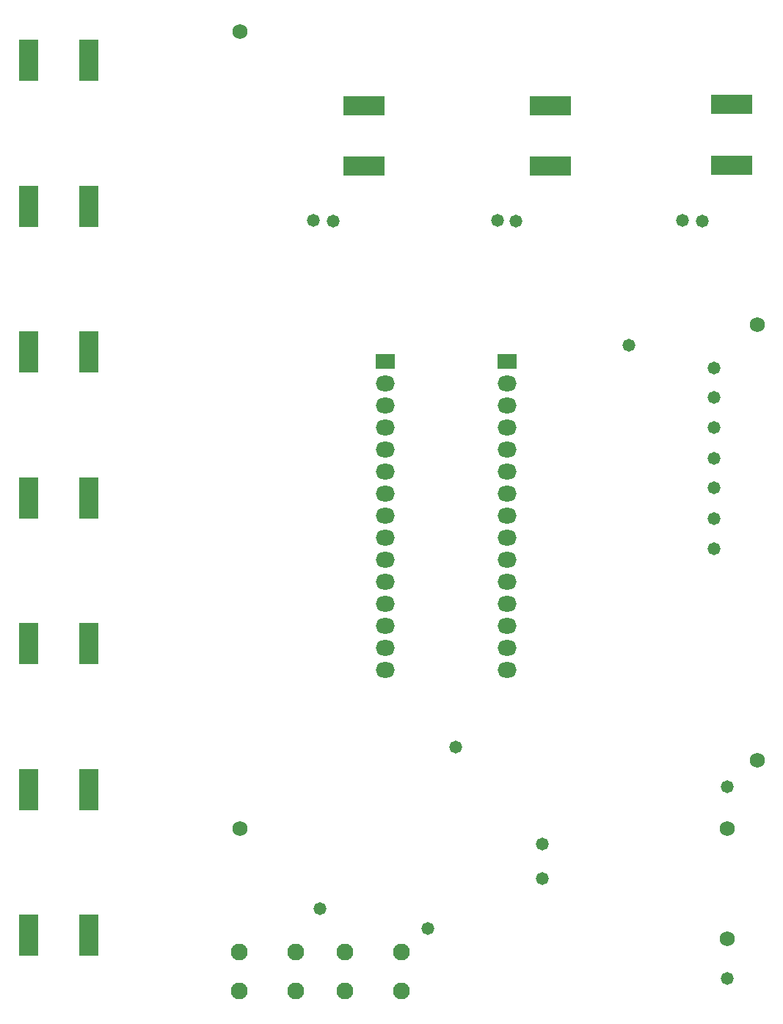
<source format=gbs>
G04*
G04 #@! TF.GenerationSoftware,Altium Limited,Altium Designer,21.7.2 (23)*
G04*
G04 Layer_Color=16711935*
%FSLAX25Y25*%
%MOIN*%
G70*
G04*
G04 #@! TF.SameCoordinates,2167A7DA-B4CF-4ED0-A09D-CB439950EC41*
G04*
G04*
G04 #@! TF.FilePolarity,Negative*
G04*
G01*
G75*
%ADD30R,0.08800X0.18800*%
%ADD31R,0.18800X0.08800*%
%ADD32C,0.06800*%
%ADD33O,0.08674X0.07099*%
%ADD34R,0.08674X0.07099*%
%ADD35C,0.07690*%
%ADD36C,0.05800*%
D30*
X19000Y433500D02*
D03*
X46559D02*
D03*
X19000Y367333D02*
D03*
X46559D02*
D03*
X18941Y301167D02*
D03*
X46500D02*
D03*
X19000Y235000D02*
D03*
X46559D02*
D03*
X19000Y168833D02*
D03*
X46559D02*
D03*
X19000Y102667D02*
D03*
X46559D02*
D03*
X19000Y36500D02*
D03*
X46559D02*
D03*
D31*
X171500Y385441D02*
D03*
Y413000D02*
D03*
X256000Y385441D02*
D03*
Y413000D02*
D03*
X338500Y385941D02*
D03*
Y413500D02*
D03*
D32*
X350000Y116000D02*
D03*
Y313500D02*
D03*
X115000Y85000D02*
D03*
Y446500D02*
D03*
X336500Y85000D02*
D03*
Y35000D02*
D03*
D33*
X236500Y157000D02*
D03*
Y167000D02*
D03*
Y177000D02*
D03*
Y187000D02*
D03*
Y197000D02*
D03*
Y207000D02*
D03*
Y217000D02*
D03*
Y227000D02*
D03*
Y237000D02*
D03*
Y247000D02*
D03*
Y257000D02*
D03*
Y267000D02*
D03*
Y277000D02*
D03*
Y287000D02*
D03*
X181000Y157000D02*
D03*
Y167000D02*
D03*
Y177000D02*
D03*
Y187000D02*
D03*
Y197000D02*
D03*
Y207000D02*
D03*
Y217000D02*
D03*
Y227000D02*
D03*
Y237000D02*
D03*
Y247000D02*
D03*
Y257000D02*
D03*
Y267000D02*
D03*
Y277000D02*
D03*
Y287000D02*
D03*
D34*
X236500Y297000D02*
D03*
X181000D02*
D03*
D35*
X114705Y28858D02*
D03*
X140295D02*
D03*
X114705Y11142D02*
D03*
X140295D02*
D03*
X162705Y28858D02*
D03*
X188295D02*
D03*
X162705Y11142D02*
D03*
X188295D02*
D03*
D36*
X291760Y304260D02*
D03*
X336500Y17000D02*
D03*
Y104000D02*
D03*
X151500Y48500D02*
D03*
X200500Y39500D02*
D03*
X157500Y360500D02*
D03*
X325000D02*
D03*
X240500D02*
D03*
X148500Y361000D02*
D03*
X232000D02*
D03*
X316000D02*
D03*
X213000Y122000D02*
D03*
X330500Y212000D02*
D03*
Y225500D02*
D03*
Y239500D02*
D03*
Y253000D02*
D03*
Y267000D02*
D03*
Y280500D02*
D03*
Y294000D02*
D03*
X252500Y62240D02*
D03*
Y77760D02*
D03*
M02*

</source>
